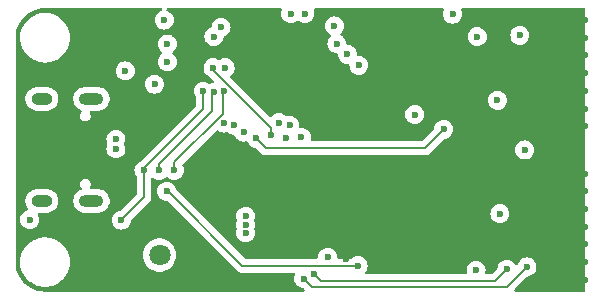
<source format=gbr>
%TF.GenerationSoftware,KiCad,Pcbnew,8.0.5-dirty*%
%TF.CreationDate,2024-10-01T21:11:00+10:00*%
%TF.ProjectId,kestral,6b657374-7261-46c2-9e6b-696361645f70,rev?*%
%TF.SameCoordinates,Original*%
%TF.FileFunction,Copper,L2,Inr*%
%TF.FilePolarity,Positive*%
%FSLAX46Y46*%
G04 Gerber Fmt 4.6, Leading zero omitted, Abs format (unit mm)*
G04 Created by KiCad (PCBNEW 8.0.5-dirty) date 2024-10-01 21:11:00*
%MOMM*%
%LPD*%
G01*
G04 APERTURE LIST*
%TA.AperFunction,ComponentPad*%
%ADD10C,1.803400*%
%TD*%
%TA.AperFunction,ComponentPad*%
%ADD11O,2.100000X1.000000*%
%TD*%
%TA.AperFunction,ComponentPad*%
%ADD12O,1.800000X1.000000*%
%TD*%
%TA.AperFunction,ViaPad*%
%ADD13C,0.600000*%
%TD*%
%TA.AperFunction,Conductor*%
%ADD14C,0.200000*%
%TD*%
G04 APERTURE END LIST*
D10*
%TO.N,VBATT*%
%TO.C,J2*%
X112689999Y-121400000D03*
%TO.N,GND*%
X116500000Y-121400000D03*
%TD*%
D11*
%TO.N,unconnected-(J3-SHIELD-PadS1)_3*%
%TO.C,J3*%
X106925000Y-108180000D03*
D12*
%TO.N,unconnected-(J3-SHIELD-PadS1)_1*%
X102725000Y-108180000D03*
D11*
%TO.N,unconnected-(J3-SHIELD-PadS1)*%
X106925000Y-116820000D03*
D12*
%TO.N,unconnected-(J3-SHIELD-PadS1)_2*%
X102725000Y-116820000D03*
%TD*%
D13*
%TO.N,QSPI_SS*%
X109450000Y-118450000D03*
%TO.N,+3V3*%
X101700000Y-118400000D03*
%TO.N,GND*%
X105800000Y-124200000D03*
X128475000Y-121700000D03*
X119200000Y-111820000D03*
X119200000Y-114900000D03*
X148750000Y-110500000D03*
X115205000Y-114232500D03*
X148750000Y-109000000D03*
X148750000Y-117500000D03*
X130200000Y-109000000D03*
X146100000Y-102500000D03*
X148750000Y-107500000D03*
X108975000Y-116250000D03*
X138200000Y-118200000D03*
X148750000Y-120500000D03*
X134850000Y-122650000D03*
X106200000Y-101100000D03*
X148750000Y-123500000D03*
X148750000Y-116000000D03*
X122762500Y-123275000D03*
X148750000Y-106000000D03*
X148750000Y-104500000D03*
X127912500Y-107482500D03*
X106200000Y-104900000D03*
X117210000Y-113800000D03*
X148750000Y-122000000D03*
X108975000Y-108750000D03*
X123795634Y-114802885D03*
X132100000Y-103200000D03*
X127100000Y-113900000D03*
X122318488Y-113384315D03*
X148750000Y-119000000D03*
X148750000Y-114500000D03*
X125150000Y-105532500D03*
X148750000Y-101500000D03*
X148750000Y-103000000D03*
%TO.N,Net-(J1-In)*%
X143600000Y-112500000D03*
%TO.N,USB_D+*%
X109000000Y-112400000D03*
X113355000Y-105032500D03*
%TO.N,USB_D-*%
X109000000Y-111599997D03*
X113355000Y-103532500D03*
%TO.N,RF_DIO*%
X141500000Y-117900000D03*
X122800000Y-110200000D03*
%TO.N,RF_RST*%
X123700000Y-110400000D03*
X134300000Y-109500000D03*
%TO.N,MISO*%
X143200000Y-102800000D03*
X127500000Y-102000000D03*
%TO.N,+3V3*%
X119987500Y-118125000D03*
X112265000Y-106932500D03*
X119987500Y-119525000D03*
X109800000Y-105800000D03*
X137500000Y-101000000D03*
X119987500Y-118825000D03*
X129562500Y-105332500D03*
X117900000Y-102132500D03*
X127700000Y-103500000D03*
X126925000Y-121575000D03*
X123400000Y-111500000D03*
X123800000Y-100982500D03*
X139487500Y-122687500D03*
X117223131Y-105532500D03*
X122100000Y-111200000D03*
X118124265Y-110224265D03*
%TO.N,MOSI*%
X141300000Y-108300000D03*
X125000000Y-100982500D03*
%TO.N,+1V1*%
X117300000Y-102900000D03*
X124700000Y-111420000D03*
X128600000Y-104400000D03*
X118251472Y-105532500D03*
%TO.N,MCU_RX*%
X119800000Y-111000000D03*
X142100000Y-122600000D03*
X125800000Y-123000000D03*
%TO.N,GPS_RST*%
X139600000Y-102900000D03*
X136750000Y-110750000D03*
X120883750Y-111516250D03*
%TO.N,MCU_TX*%
X143800000Y-122400000D03*
X124900000Y-123400000D03*
X119000000Y-110400000D03*
%TO.N,Net-(U3-QSPI_SD1)*%
X112670000Y-114220000D03*
X117278765Y-107628735D03*
%TO.N,Net-(U3-QSPI_SD2)*%
X118180113Y-107532500D03*
X113940000Y-114220000D03*
%TO.N,QSPI_SS*%
X111375000Y-114230000D03*
X116382528Y-107532500D03*
%TO.N,GPS_1PPS*%
X129500000Y-122300000D03*
X113300000Y-116000000D03*
X113100000Y-101500000D03*
%TD*%
D14*
%TO.N,QSPI_SS*%
X109450000Y-118450000D02*
X111375000Y-116525000D01*
X111375000Y-116525000D02*
X111375000Y-114230000D01*
%TO.N,GPS_1PPS*%
X113300000Y-116000000D02*
X113400000Y-116000000D01*
X113400000Y-116000000D02*
X119700000Y-122300000D01*
X119700000Y-122300000D02*
X129500000Y-122300000D01*
%TO.N,+3V3*%
X117223131Y-105532500D02*
X117223131Y-105726989D01*
X117223131Y-105726989D02*
X122100000Y-110603858D01*
X122100000Y-110603858D02*
X122100000Y-111200000D01*
%TO.N,MCU_RX*%
X141100000Y-123600000D02*
X142100000Y-122600000D01*
X126400000Y-123600000D02*
X141100000Y-123600000D01*
X125800000Y-123000000D02*
X126400000Y-123600000D01*
%TO.N,GPS_RST*%
X121731832Y-112364332D02*
X135135668Y-112364332D01*
X120883750Y-111516250D02*
X121731832Y-112364332D01*
X135135668Y-112364332D02*
X136750000Y-110750000D01*
%TO.N,MCU_TX*%
X124900000Y-123400000D02*
X125600000Y-124100000D01*
X142100000Y-124100000D02*
X143800000Y-122400000D01*
X125600000Y-124100000D02*
X142100000Y-124100000D01*
%TO.N,Net-(U3-QSPI_SD1)*%
X117175000Y-109225000D02*
X112670000Y-113730000D01*
X112670000Y-113730000D02*
X112670000Y-114220000D01*
X117175000Y-107732500D02*
X117175000Y-109225000D01*
X117278765Y-107628735D02*
X117175000Y-107732500D01*
%TO.N,Net-(U3-QSPI_SD2)*%
X118180113Y-107532500D02*
X118075000Y-107637613D01*
X113940000Y-113560000D02*
X113940000Y-114220000D01*
X118075000Y-109425000D02*
X113940000Y-113560000D01*
X118075000Y-107637613D02*
X118075000Y-109425000D01*
%TO.N,QSPI_SS*%
X116382528Y-109037472D02*
X111395000Y-114025000D01*
X111375000Y-114035000D02*
X111375000Y-114230000D01*
X116382528Y-107532500D02*
X116382528Y-109037472D01*
%TD*%
%TA.AperFunction,Conductor*%
%TO.N,GND*%
G36*
X112869925Y-100520185D02*
G01*
X112915680Y-100572989D01*
X112925624Y-100642147D01*
X112896599Y-100705703D01*
X112843840Y-100741542D01*
X112750478Y-100774210D01*
X112597737Y-100870184D01*
X112470184Y-100997737D01*
X112374211Y-101150476D01*
X112314631Y-101320745D01*
X112314630Y-101320750D01*
X112294435Y-101499996D01*
X112294435Y-101500003D01*
X112314630Y-101679249D01*
X112314631Y-101679254D01*
X112374211Y-101849523D01*
X112465266Y-101994435D01*
X112470184Y-102002262D01*
X112597738Y-102129816D01*
X112750478Y-102225789D01*
X112846167Y-102259272D01*
X112920745Y-102285368D01*
X112920750Y-102285369D01*
X113099996Y-102305565D01*
X113100000Y-102305565D01*
X113100004Y-102305565D01*
X113279249Y-102285369D01*
X113279252Y-102285368D01*
X113279255Y-102285368D01*
X113449522Y-102225789D01*
X113602262Y-102129816D01*
X113729816Y-102002262D01*
X113825789Y-101849522D01*
X113885368Y-101679255D01*
X113886264Y-101671302D01*
X113905565Y-101500003D01*
X113905565Y-101499996D01*
X113885369Y-101320750D01*
X113885368Y-101320745D01*
X113841170Y-101194435D01*
X113825789Y-101150478D01*
X113815688Y-101134403D01*
X113731237Y-101000000D01*
X113729816Y-100997738D01*
X113602262Y-100870184D01*
X113449521Y-100774210D01*
X113356160Y-100741542D01*
X113299383Y-100700820D01*
X113273636Y-100635867D01*
X113287092Y-100567306D01*
X113335479Y-100516903D01*
X113397114Y-100500500D01*
X122945805Y-100500500D01*
X123012844Y-100520185D01*
X123058599Y-100572989D01*
X123068543Y-100642147D01*
X123062846Y-100665455D01*
X123014633Y-100803237D01*
X123014630Y-100803250D01*
X122994435Y-100982496D01*
X122994435Y-100982503D01*
X123014630Y-101161749D01*
X123014631Y-101161754D01*
X123074211Y-101332023D01*
X123121141Y-101406711D01*
X123170184Y-101484762D01*
X123297738Y-101612316D01*
X123450478Y-101708289D01*
X123620745Y-101767868D01*
X123620750Y-101767869D01*
X123799996Y-101788065D01*
X123800000Y-101788065D01*
X123800004Y-101788065D01*
X123979249Y-101767869D01*
X123979252Y-101767868D01*
X123979255Y-101767868D01*
X124149522Y-101708289D01*
X124302262Y-101612316D01*
X124312319Y-101602259D01*
X124373642Y-101568774D01*
X124443334Y-101573758D01*
X124487681Y-101602259D01*
X124497738Y-101612316D01*
X124650478Y-101708289D01*
X124820745Y-101767868D01*
X124820750Y-101767869D01*
X124999996Y-101788065D01*
X125000000Y-101788065D01*
X125000004Y-101788065D01*
X125179249Y-101767869D01*
X125179252Y-101767868D01*
X125179255Y-101767868D01*
X125349522Y-101708289D01*
X125502262Y-101612316D01*
X125629816Y-101484762D01*
X125725789Y-101332022D01*
X125785368Y-101161755D01*
X125788874Y-101130639D01*
X125805565Y-100982503D01*
X125805565Y-100982496D01*
X125785369Y-100803250D01*
X125785366Y-100803237D01*
X125737154Y-100665455D01*
X125733592Y-100595676D01*
X125768320Y-100535049D01*
X125830314Y-100502821D01*
X125854195Y-100500500D01*
X136651928Y-100500500D01*
X136718967Y-100520185D01*
X136764722Y-100572989D01*
X136774666Y-100642147D01*
X136768970Y-100665454D01*
X136714632Y-100820742D01*
X136714630Y-100820750D01*
X136694435Y-100999996D01*
X136694435Y-101000003D01*
X136714630Y-101179249D01*
X136714631Y-101179254D01*
X136774211Y-101349523D01*
X136810145Y-101406711D01*
X136870184Y-101502262D01*
X136997738Y-101629816D01*
X137150478Y-101725789D01*
X137270733Y-101767868D01*
X137320745Y-101785368D01*
X137320750Y-101785369D01*
X137499996Y-101805565D01*
X137500000Y-101805565D01*
X137500004Y-101805565D01*
X137679249Y-101785369D01*
X137679252Y-101785368D01*
X137679255Y-101785368D01*
X137849522Y-101725789D01*
X138002262Y-101629816D01*
X138129816Y-101502262D01*
X138225789Y-101349522D01*
X138285368Y-101179255D01*
X138287340Y-101161754D01*
X138305565Y-101000003D01*
X138305565Y-100999996D01*
X138285369Y-100820750D01*
X138285367Y-100820742D01*
X138231030Y-100665454D01*
X138227469Y-100595676D01*
X138262198Y-100535048D01*
X138324191Y-100502821D01*
X138348072Y-100500500D01*
X148626000Y-100500500D01*
X148693039Y-100520185D01*
X148738794Y-100572989D01*
X148750000Y-100624500D01*
X148750000Y-124375500D01*
X148730315Y-124442539D01*
X148677511Y-124488294D01*
X148626000Y-124499500D01*
X142849096Y-124499500D01*
X142782057Y-124479815D01*
X142736302Y-124427011D01*
X142726358Y-124357853D01*
X142755383Y-124294297D01*
X142761415Y-124287819D01*
X143247447Y-123801787D01*
X143818535Y-123230698D01*
X143879856Y-123197215D01*
X143892311Y-123195163D01*
X143979255Y-123185368D01*
X144149522Y-123125789D01*
X144302262Y-123029816D01*
X144429816Y-122902262D01*
X144525789Y-122749522D01*
X144585368Y-122579255D01*
X144585522Y-122577892D01*
X144605565Y-122400003D01*
X144605565Y-122399996D01*
X144585369Y-122220750D01*
X144585368Y-122220745D01*
X144572943Y-122185237D01*
X144525789Y-122050478D01*
X144429816Y-121897738D01*
X144302262Y-121770184D01*
X144149523Y-121674211D01*
X143979254Y-121614631D01*
X143979249Y-121614630D01*
X143800004Y-121594435D01*
X143799996Y-121594435D01*
X143620750Y-121614630D01*
X143620745Y-121614631D01*
X143450476Y-121674211D01*
X143297737Y-121770184D01*
X143170184Y-121897737D01*
X143074210Y-122050478D01*
X143025445Y-122189843D01*
X142984723Y-122246620D01*
X142919770Y-122272367D01*
X142851209Y-122258911D01*
X142803409Y-122214861D01*
X142729815Y-122097737D01*
X142602262Y-121970184D01*
X142449523Y-121874211D01*
X142279254Y-121814631D01*
X142279249Y-121814630D01*
X142100004Y-121794435D01*
X142099996Y-121794435D01*
X141920750Y-121814630D01*
X141920745Y-121814631D01*
X141750476Y-121874211D01*
X141597737Y-121970184D01*
X141470184Y-122097737D01*
X141374210Y-122250478D01*
X141314630Y-122420750D01*
X141304837Y-122507668D01*
X141277770Y-122572082D01*
X141269298Y-122581465D01*
X140887584Y-122963181D01*
X140826261Y-122996666D01*
X140799903Y-122999500D01*
X140396668Y-122999500D01*
X140329629Y-122979815D01*
X140283874Y-122927011D01*
X140273448Y-122861617D01*
X140293065Y-122687503D01*
X140293065Y-122687496D01*
X140272869Y-122508250D01*
X140272868Y-122508245D01*
X140262722Y-122479249D01*
X140213289Y-122337978D01*
X140117316Y-122185238D01*
X139989762Y-122057684D01*
X139978291Y-122050476D01*
X139837023Y-121961711D01*
X139666754Y-121902131D01*
X139666749Y-121902130D01*
X139487504Y-121881935D01*
X139487496Y-121881935D01*
X139308250Y-121902130D01*
X139308245Y-121902131D01*
X139137976Y-121961711D01*
X138985237Y-122057684D01*
X138857684Y-122185237D01*
X138761711Y-122337976D01*
X138702131Y-122508245D01*
X138702130Y-122508250D01*
X138681935Y-122687496D01*
X138681935Y-122687503D01*
X138701552Y-122861617D01*
X138689497Y-122930439D01*
X138642148Y-122981818D01*
X138578332Y-122999500D01*
X130230012Y-122999500D01*
X130162973Y-122979815D01*
X130117218Y-122927011D01*
X130107274Y-122857853D01*
X130128194Y-122809467D01*
X130126111Y-122808158D01*
X130143475Y-122780524D01*
X130225789Y-122649522D01*
X130285368Y-122479255D01*
X130290335Y-122435170D01*
X130305565Y-122300003D01*
X130305565Y-122299996D01*
X130285369Y-122120750D01*
X130285368Y-122120745D01*
X130225789Y-121950478D01*
X130129816Y-121797738D01*
X130002262Y-121670184D01*
X129991117Y-121663181D01*
X129849523Y-121574211D01*
X129679254Y-121514631D01*
X129679249Y-121514630D01*
X129500004Y-121494435D01*
X129499996Y-121494435D01*
X129320750Y-121514630D01*
X129320745Y-121514631D01*
X129150476Y-121574211D01*
X128997736Y-121670185D01*
X128994903Y-121672445D01*
X128992724Y-121673334D01*
X128991842Y-121673889D01*
X128991744Y-121673734D01*
X128930217Y-121698855D01*
X128917588Y-121699500D01*
X127854565Y-121699500D01*
X127787526Y-121679815D01*
X127741771Y-121627011D01*
X127731946Y-121581851D01*
X127731345Y-121581919D01*
X127730682Y-121576041D01*
X127730565Y-121575500D01*
X127730565Y-121574996D01*
X127710369Y-121395750D01*
X127710368Y-121395745D01*
X127650788Y-121225476D01*
X127554815Y-121072737D01*
X127427262Y-120945184D01*
X127274523Y-120849211D01*
X127104254Y-120789631D01*
X127104249Y-120789630D01*
X126925004Y-120769435D01*
X126924996Y-120769435D01*
X126745750Y-120789630D01*
X126745745Y-120789631D01*
X126575476Y-120849211D01*
X126422737Y-120945184D01*
X126295184Y-121072737D01*
X126199211Y-121225476D01*
X126139631Y-121395745D01*
X126139630Y-121395750D01*
X126119435Y-121574996D01*
X126119435Y-121575500D01*
X126119342Y-121575813D01*
X126118655Y-121581919D01*
X126117585Y-121581798D01*
X126099750Y-121642539D01*
X126046946Y-121688294D01*
X125995435Y-121699500D01*
X120000097Y-121699500D01*
X119933058Y-121679815D01*
X119912416Y-121663181D01*
X116374231Y-118124996D01*
X119181935Y-118124996D01*
X119181935Y-118125003D01*
X119202130Y-118304249D01*
X119202132Y-118304257D01*
X119247547Y-118434046D01*
X119251108Y-118503825D01*
X119247547Y-118515954D01*
X119202132Y-118645742D01*
X119202130Y-118645750D01*
X119181935Y-118824996D01*
X119181935Y-118825003D01*
X119202130Y-119004249D01*
X119202132Y-119004257D01*
X119247547Y-119134046D01*
X119251108Y-119203825D01*
X119247547Y-119215954D01*
X119202132Y-119345742D01*
X119202130Y-119345750D01*
X119181935Y-119524996D01*
X119181935Y-119525003D01*
X119202130Y-119704249D01*
X119202131Y-119704254D01*
X119261711Y-119874523D01*
X119339172Y-119997800D01*
X119357684Y-120027262D01*
X119485238Y-120154816D01*
X119575580Y-120211582D01*
X119592324Y-120222103D01*
X119637978Y-120250789D01*
X119721301Y-120279945D01*
X119808245Y-120310368D01*
X119808250Y-120310369D01*
X119987496Y-120330565D01*
X119987500Y-120330565D01*
X119987504Y-120330565D01*
X120166749Y-120310369D01*
X120166752Y-120310368D01*
X120166755Y-120310368D01*
X120337022Y-120250789D01*
X120489762Y-120154816D01*
X120617316Y-120027262D01*
X120713289Y-119874522D01*
X120772868Y-119704255D01*
X120793065Y-119525000D01*
X120772868Y-119345745D01*
X120772867Y-119345742D01*
X120772866Y-119345737D01*
X120727453Y-119215955D01*
X120723891Y-119146176D01*
X120727453Y-119134045D01*
X120772866Y-119004262D01*
X120772869Y-119004249D01*
X120793065Y-118825003D01*
X120793065Y-118824996D01*
X120772869Y-118645750D01*
X120772866Y-118645737D01*
X120727453Y-118515955D01*
X120723891Y-118446176D01*
X120727453Y-118434045D01*
X120772866Y-118304262D01*
X120772869Y-118304249D01*
X120793065Y-118125003D01*
X120793065Y-118124996D01*
X120772869Y-117945750D01*
X120772868Y-117945745D01*
X120756860Y-117899996D01*
X140694435Y-117899996D01*
X140694435Y-117900003D01*
X140714630Y-118079249D01*
X140714631Y-118079254D01*
X140774211Y-118249523D01*
X140787546Y-118270745D01*
X140870184Y-118402262D01*
X140997738Y-118529816D01*
X141150478Y-118625789D01*
X141320745Y-118685368D01*
X141320750Y-118685369D01*
X141499996Y-118705565D01*
X141500000Y-118705565D01*
X141500004Y-118705565D01*
X141679249Y-118685369D01*
X141679252Y-118685368D01*
X141679255Y-118685368D01*
X141849522Y-118625789D01*
X142002262Y-118529816D01*
X142129816Y-118402262D01*
X142225789Y-118249522D01*
X142285368Y-118079255D01*
X142285369Y-118079249D01*
X142305565Y-117900003D01*
X142305565Y-117899996D01*
X142285369Y-117720750D01*
X142285368Y-117720745D01*
X142265733Y-117664632D01*
X142225789Y-117550478D01*
X142200871Y-117510822D01*
X142167544Y-117457782D01*
X142129816Y-117397738D01*
X142002262Y-117270184D01*
X141849523Y-117174211D01*
X141679254Y-117114631D01*
X141679249Y-117114630D01*
X141500004Y-117094435D01*
X141499996Y-117094435D01*
X141320750Y-117114630D01*
X141320745Y-117114631D01*
X141150476Y-117174211D01*
X140997737Y-117270184D01*
X140870184Y-117397737D01*
X140774211Y-117550476D01*
X140714631Y-117720745D01*
X140714630Y-117720750D01*
X140694435Y-117899996D01*
X120756860Y-117899996D01*
X120713288Y-117775476D01*
X120643640Y-117664632D01*
X120617316Y-117622738D01*
X120489762Y-117495184D01*
X120430242Y-117457785D01*
X120337023Y-117399211D01*
X120166754Y-117339631D01*
X120166749Y-117339630D01*
X119987504Y-117319435D01*
X119987496Y-117319435D01*
X119808250Y-117339630D01*
X119808245Y-117339631D01*
X119637976Y-117399211D01*
X119485237Y-117495184D01*
X119357684Y-117622737D01*
X119261711Y-117775476D01*
X119202131Y-117945745D01*
X119202130Y-117945750D01*
X119181935Y-118124996D01*
X116374231Y-118124996D01*
X114113663Y-115864428D01*
X114084303Y-115817704D01*
X114025789Y-115650478D01*
X113929816Y-115497738D01*
X113802262Y-115370184D01*
X113649523Y-115274211D01*
X113479254Y-115214631D01*
X113479249Y-115214630D01*
X113300004Y-115194435D01*
X113299996Y-115194435D01*
X113120750Y-115214630D01*
X113120745Y-115214631D01*
X112950476Y-115274211D01*
X112797737Y-115370184D01*
X112670184Y-115497737D01*
X112574211Y-115650476D01*
X112514631Y-115820745D01*
X112514630Y-115820750D01*
X112494435Y-115999996D01*
X112494435Y-116000003D01*
X112514630Y-116179249D01*
X112514631Y-116179254D01*
X112574211Y-116349523D01*
X112634796Y-116445943D01*
X112670184Y-116502262D01*
X112797738Y-116629816D01*
X112888080Y-116686582D01*
X112943586Y-116721459D01*
X112950478Y-116725789D01*
X113120742Y-116785367D01*
X113120745Y-116785368D01*
X113120750Y-116785369D01*
X113299997Y-116805565D01*
X113304968Y-116805565D01*
X113372007Y-116825250D01*
X113392649Y-116841884D01*
X119215139Y-122664374D01*
X119215149Y-122664385D01*
X119219479Y-122668715D01*
X119219480Y-122668716D01*
X119331284Y-122780520D01*
X119331286Y-122780521D01*
X119331290Y-122780524D01*
X119454361Y-122851578D01*
X119468216Y-122859577D01*
X119580019Y-122889534D01*
X119620942Y-122900500D01*
X119620943Y-122900500D01*
X124051928Y-122900500D01*
X124118967Y-122920185D01*
X124164722Y-122972989D01*
X124174666Y-123042147D01*
X124168970Y-123065454D01*
X124114632Y-123220742D01*
X124114630Y-123220750D01*
X124094435Y-123399996D01*
X124094435Y-123400003D01*
X124114630Y-123579249D01*
X124114631Y-123579254D01*
X124174211Y-123749523D01*
X124207051Y-123801787D01*
X124270184Y-123902262D01*
X124397738Y-124029816D01*
X124550478Y-124125789D01*
X124720745Y-124185368D01*
X124807669Y-124195161D01*
X124872080Y-124222226D01*
X124881465Y-124230700D01*
X124938584Y-124287819D01*
X124972069Y-124349142D01*
X124967085Y-124418834D01*
X124925213Y-124474767D01*
X124859749Y-124499184D01*
X124850903Y-124499500D01*
X103003751Y-124499500D01*
X102996264Y-124499274D01*
X102706205Y-124481728D01*
X102691340Y-124479923D01*
X102409201Y-124428219D01*
X102394663Y-124424635D01*
X102120832Y-124339306D01*
X102106831Y-124333997D01*
X101845263Y-124216275D01*
X101832004Y-124209316D01*
X101792389Y-124185368D01*
X101586537Y-124060926D01*
X101574217Y-124052422D01*
X101545361Y-124029815D01*
X101348426Y-123875526D01*
X101337218Y-123865596D01*
X101134403Y-123662781D01*
X101124473Y-123651573D01*
X100947573Y-123425776D01*
X100939075Y-123413465D01*
X100790680Y-123167989D01*
X100783727Y-123154743D01*
X100666000Y-122893163D01*
X100660693Y-122879167D01*
X100656825Y-122866755D01*
X100575363Y-122605335D01*
X100571780Y-122590798D01*
X100569665Y-122579255D01*
X100520075Y-122308657D01*
X100518271Y-122293794D01*
X100513852Y-122220745D01*
X100500726Y-122003736D01*
X100500613Y-122000000D01*
X100894592Y-122000000D01*
X100914201Y-122286680D01*
X100914201Y-122286684D01*
X100914202Y-122286686D01*
X100917235Y-122301281D01*
X100972666Y-122568034D01*
X100972667Y-122568037D01*
X101068894Y-122838793D01*
X101068893Y-122838793D01*
X101201098Y-123093935D01*
X101366812Y-123328700D01*
X101433405Y-123400003D01*
X101562947Y-123538708D01*
X101701677Y-123651573D01*
X101785853Y-123720055D01*
X102031382Y-123869365D01*
X102218237Y-123950526D01*
X102294942Y-123983844D01*
X102571642Y-124061371D01*
X102821920Y-124095771D01*
X102856321Y-124100500D01*
X102856322Y-124100500D01*
X103143679Y-124100500D01*
X103174370Y-124096281D01*
X103428358Y-124061371D01*
X103705058Y-123983844D01*
X103818015Y-123934779D01*
X103968617Y-123869365D01*
X103968620Y-123869363D01*
X103968625Y-123869361D01*
X104214147Y-123720055D01*
X104437053Y-123538708D01*
X104633189Y-123328698D01*
X104798901Y-123093936D01*
X104931104Y-122838797D01*
X105027334Y-122568032D01*
X105085798Y-122286686D01*
X105105408Y-122000000D01*
X105085798Y-121713314D01*
X105027334Y-121431968D01*
X105015970Y-121399994D01*
X111282993Y-121399994D01*
X111282993Y-121400005D01*
X111302182Y-121631582D01*
X111302182Y-121631585D01*
X111302183Y-121631586D01*
X111312530Y-121672445D01*
X111359228Y-121856854D01*
X111452574Y-122069662D01*
X111551286Y-122220750D01*
X111579674Y-122264201D01*
X111737060Y-122435168D01*
X111737063Y-122435170D01*
X111737066Y-122435173D01*
X111920431Y-122577892D01*
X111920437Y-122577896D01*
X111920440Y-122577898D01*
X112124811Y-122688499D01*
X112344599Y-122763952D01*
X112573809Y-122802200D01*
X112806189Y-122802200D01*
X113035399Y-122763952D01*
X113255187Y-122688499D01*
X113459558Y-122577898D01*
X113467031Y-122572082D01*
X113586296Y-122479254D01*
X113642938Y-122435168D01*
X113800324Y-122264201D01*
X113927424Y-122069661D01*
X114020770Y-121856854D01*
X114077815Y-121631586D01*
X114094356Y-121431968D01*
X114097005Y-121400005D01*
X114097005Y-121399994D01*
X114084211Y-121245609D01*
X114077815Y-121168414D01*
X114020770Y-120943146D01*
X113927424Y-120730339D01*
X113800324Y-120535799D01*
X113642938Y-120364832D01*
X113642933Y-120364828D01*
X113642931Y-120364826D01*
X113459566Y-120222107D01*
X113459560Y-120222103D01*
X113255187Y-120111501D01*
X113255179Y-120111498D01*
X113035401Y-120036048D01*
X112806189Y-119997800D01*
X112573809Y-119997800D01*
X112344596Y-120036048D01*
X112124818Y-120111498D01*
X112124810Y-120111501D01*
X111920437Y-120222103D01*
X111920431Y-120222107D01*
X111737066Y-120364826D01*
X111737063Y-120364829D01*
X111579675Y-120535797D01*
X111579672Y-120535801D01*
X111452574Y-120730337D01*
X111359228Y-120943145D01*
X111302182Y-121168417D01*
X111282993Y-121399994D01*
X105015970Y-121399994D01*
X104931105Y-121161206D01*
X104931106Y-121161206D01*
X104798901Y-120906064D01*
X104633187Y-120671299D01*
X104554554Y-120587105D01*
X104437053Y-120461292D01*
X104214147Y-120279945D01*
X104214146Y-120279944D01*
X103968617Y-120130634D01*
X103705063Y-120016158D01*
X103705061Y-120016157D01*
X103705058Y-120016156D01*
X103575578Y-119979877D01*
X103428364Y-119938630D01*
X103428359Y-119938629D01*
X103428358Y-119938629D01*
X103286018Y-119919064D01*
X103143679Y-119899500D01*
X103143678Y-119899500D01*
X102856322Y-119899500D01*
X102856321Y-119899500D01*
X102571642Y-119938629D01*
X102571635Y-119938630D01*
X102363861Y-119996845D01*
X102294942Y-120016156D01*
X102294939Y-120016156D01*
X102294936Y-120016158D01*
X102294935Y-120016158D01*
X102031382Y-120130634D01*
X101785853Y-120279944D01*
X101562950Y-120461289D01*
X101366812Y-120671299D01*
X101201098Y-120906064D01*
X101068894Y-121161206D01*
X100972667Y-121431962D01*
X100972666Y-121431965D01*
X100914201Y-121713319D01*
X100894592Y-122000000D01*
X100500613Y-122000000D01*
X100500500Y-121996249D01*
X100500500Y-118399996D01*
X100894435Y-118399996D01*
X100894435Y-118400003D01*
X100914630Y-118579249D01*
X100914631Y-118579254D01*
X100974211Y-118749523D01*
X101021637Y-118825000D01*
X101070184Y-118902262D01*
X101197738Y-119029816D01*
X101350478Y-119125789D01*
X101408741Y-119146176D01*
X101520745Y-119185368D01*
X101520750Y-119185369D01*
X101699996Y-119205565D01*
X101700000Y-119205565D01*
X101700004Y-119205565D01*
X101879249Y-119185369D01*
X101879252Y-119185368D01*
X101879255Y-119185368D01*
X102049522Y-119125789D01*
X102202262Y-119029816D01*
X102329816Y-118902262D01*
X102425789Y-118749522D01*
X102485368Y-118579255D01*
X102489528Y-118542333D01*
X102499932Y-118449996D01*
X108644435Y-118449996D01*
X108644435Y-118450003D01*
X108664630Y-118629249D01*
X108664631Y-118629254D01*
X108724211Y-118799523D01*
X108788767Y-118902262D01*
X108820184Y-118952262D01*
X108947738Y-119079816D01*
X109020902Y-119125788D01*
X109098461Y-119174522D01*
X109100478Y-119175789D01*
X109185573Y-119205565D01*
X109270745Y-119235368D01*
X109270750Y-119235369D01*
X109449996Y-119255565D01*
X109450000Y-119255565D01*
X109450004Y-119255565D01*
X109629249Y-119235369D01*
X109629252Y-119235368D01*
X109629255Y-119235368D01*
X109799522Y-119175789D01*
X109952262Y-119079816D01*
X110079816Y-118952262D01*
X110175789Y-118799522D01*
X110235368Y-118629255D01*
X110245161Y-118542329D01*
X110272226Y-118477918D01*
X110280690Y-118468543D01*
X111733506Y-117015728D01*
X111733511Y-117015724D01*
X111743714Y-117005520D01*
X111743716Y-117005520D01*
X111855520Y-116893716D01*
X111918074Y-116785368D01*
X111934577Y-116756785D01*
X111975500Y-116604057D01*
X111975500Y-116445943D01*
X111975500Y-114953385D01*
X111995185Y-114886346D01*
X112047989Y-114840591D01*
X112117147Y-114830647D01*
X112165473Y-114848392D01*
X112167735Y-114849813D01*
X112167738Y-114849816D01*
X112225875Y-114886346D01*
X112320475Y-114945788D01*
X112490745Y-115005368D01*
X112490750Y-115005369D01*
X112669996Y-115025565D01*
X112670000Y-115025565D01*
X112670004Y-115025565D01*
X112849249Y-115005369D01*
X112849252Y-115005368D01*
X112849255Y-115005368D01*
X113019522Y-114945789D01*
X113172262Y-114849816D01*
X113217319Y-114804759D01*
X113278642Y-114771274D01*
X113348334Y-114776258D01*
X113392681Y-114804759D01*
X113437738Y-114849816D01*
X113590478Y-114945789D01*
X113760745Y-115005368D01*
X113760750Y-115005369D01*
X113939996Y-115025565D01*
X113940000Y-115025565D01*
X113940004Y-115025565D01*
X114119249Y-115005369D01*
X114119252Y-115005368D01*
X114119255Y-115005368D01*
X114289522Y-114945789D01*
X114442262Y-114849816D01*
X114569816Y-114722262D01*
X114665789Y-114569522D01*
X114725368Y-114399255D01*
X114744438Y-114230003D01*
X114745565Y-114220003D01*
X114745565Y-114219996D01*
X114725369Y-114040750D01*
X114725368Y-114040745D01*
X114665789Y-113870478D01*
X114646227Y-113839345D01*
X114627227Y-113772111D01*
X114647594Y-113705276D01*
X114663535Y-113685698D01*
X117474180Y-110875053D01*
X117535501Y-110841570D01*
X117605193Y-110846554D01*
X117627827Y-110857740D01*
X117654035Y-110874208D01*
X117774740Y-110950053D01*
X117945010Y-111009633D01*
X117945015Y-111009634D01*
X118124261Y-111029830D01*
X118124265Y-111029830D01*
X118124269Y-111029830D01*
X118303514Y-111009634D01*
X118303515Y-111009633D01*
X118303520Y-111009633D01*
X118358900Y-110990253D01*
X118428678Y-110986691D01*
X118487536Y-111019614D01*
X118497738Y-111029816D01*
X118650478Y-111125789D01*
X118820745Y-111185368D01*
X118820750Y-111185369D01*
X118892712Y-111193476D01*
X118947391Y-111199637D01*
X119011805Y-111226703D01*
X119050549Y-111281902D01*
X119074209Y-111349518D01*
X119074210Y-111349522D01*
X119153550Y-111475789D01*
X119170184Y-111502262D01*
X119297738Y-111629816D01*
X119388080Y-111686582D01*
X119432721Y-111714632D01*
X119450478Y-111725789D01*
X119603641Y-111779383D01*
X119620745Y-111785368D01*
X119620750Y-111785369D01*
X119799996Y-111805565D01*
X119800000Y-111805565D01*
X119800004Y-111805565D01*
X119979246Y-111785369D01*
X119979245Y-111785369D01*
X119979255Y-111785368D01*
X119996359Y-111779382D01*
X120066133Y-111775819D01*
X120126762Y-111810545D01*
X120154354Y-111855465D01*
X120157961Y-111865772D01*
X120253934Y-112018512D01*
X120381488Y-112146066D01*
X120534228Y-112242039D01*
X120704495Y-112301618D01*
X120791419Y-112311411D01*
X120855830Y-112338476D01*
X120865215Y-112346950D01*
X121246971Y-112728706D01*
X121246981Y-112728717D01*
X121251311Y-112733047D01*
X121251312Y-112733048D01*
X121363116Y-112844852D01*
X121449927Y-112894971D01*
X121449929Y-112894973D01*
X121487983Y-112916943D01*
X121500047Y-112923909D01*
X121652775Y-112964832D01*
X121810889Y-112964832D01*
X135048999Y-112964832D01*
X135049015Y-112964833D01*
X135056611Y-112964833D01*
X135214722Y-112964833D01*
X135214725Y-112964833D01*
X135367453Y-112923909D01*
X135417572Y-112894971D01*
X135504384Y-112844852D01*
X135616188Y-112733048D01*
X135616188Y-112733046D01*
X135626396Y-112722839D01*
X135626398Y-112722836D01*
X135849238Y-112499996D01*
X142794435Y-112499996D01*
X142794435Y-112500003D01*
X142814630Y-112679249D01*
X142814631Y-112679254D01*
X142874211Y-112849523D01*
X142946665Y-112964832D01*
X142970184Y-113002262D01*
X143097738Y-113129816D01*
X143250478Y-113225789D01*
X143420745Y-113285368D01*
X143420750Y-113285369D01*
X143599996Y-113305565D01*
X143600000Y-113305565D01*
X143600004Y-113305565D01*
X143779249Y-113285369D01*
X143779252Y-113285368D01*
X143779255Y-113285368D01*
X143949522Y-113225789D01*
X144102262Y-113129816D01*
X144229816Y-113002262D01*
X144325789Y-112849522D01*
X144385368Y-112679255D01*
X144385369Y-112679249D01*
X144405565Y-112500003D01*
X144405565Y-112499996D01*
X144385369Y-112320750D01*
X144385368Y-112320745D01*
X144378675Y-112301617D01*
X144325789Y-112150478D01*
X144229816Y-111997738D01*
X144102262Y-111870184D01*
X144078837Y-111855465D01*
X143949523Y-111774211D01*
X143779254Y-111714631D01*
X143779249Y-111714630D01*
X143600004Y-111694435D01*
X143599996Y-111694435D01*
X143420750Y-111714630D01*
X143420745Y-111714631D01*
X143250476Y-111774211D01*
X143097737Y-111870184D01*
X142970184Y-111997737D01*
X142874211Y-112150476D01*
X142814631Y-112320745D01*
X142814630Y-112320750D01*
X142794435Y-112499996D01*
X135849238Y-112499996D01*
X136768535Y-111580698D01*
X136829856Y-111547215D01*
X136842311Y-111545163D01*
X136929255Y-111535368D01*
X137099522Y-111475789D01*
X137252262Y-111379816D01*
X137379816Y-111252262D01*
X137475789Y-111099522D01*
X137535368Y-110929255D01*
X137541475Y-110875055D01*
X137555565Y-110750003D01*
X137555565Y-110749996D01*
X137535369Y-110570750D01*
X137535368Y-110570745D01*
X137475788Y-110400476D01*
X137403461Y-110285369D01*
X137379816Y-110247738D01*
X137252262Y-110120184D01*
X137141326Y-110050478D01*
X137099523Y-110024211D01*
X136929254Y-109964631D01*
X136929249Y-109964630D01*
X136750004Y-109944435D01*
X136749996Y-109944435D01*
X136570750Y-109964630D01*
X136570745Y-109964631D01*
X136400476Y-110024211D01*
X136247737Y-110120184D01*
X136120184Y-110247737D01*
X136024210Y-110400478D01*
X135964630Y-110570750D01*
X135954837Y-110657668D01*
X135927770Y-110722082D01*
X135919298Y-110731465D01*
X134923252Y-111727513D01*
X134861929Y-111760998D01*
X134835571Y-111763832D01*
X125602542Y-111763832D01*
X125535503Y-111744147D01*
X125489748Y-111691343D01*
X125479804Y-111622185D01*
X125484796Y-111601758D01*
X125485369Y-111599249D01*
X125505565Y-111420003D01*
X125505565Y-111419996D01*
X125485369Y-111240750D01*
X125485368Y-111240745D01*
X125435952Y-111099522D01*
X125425789Y-111070478D01*
X125329816Y-110917738D01*
X125202262Y-110790184D01*
X125049523Y-110694211D01*
X124879254Y-110634631D01*
X124879249Y-110634630D01*
X124700004Y-110614435D01*
X124699995Y-110614435D01*
X124633105Y-110621971D01*
X124564284Y-110609916D01*
X124512905Y-110562566D01*
X124495281Y-110494956D01*
X124496003Y-110484867D01*
X124505565Y-110400002D01*
X124505565Y-110399996D01*
X124485369Y-110220750D01*
X124485368Y-110220745D01*
X124468764Y-110173294D01*
X124425789Y-110050478D01*
X124329816Y-109897738D01*
X124202262Y-109770184D01*
X124049523Y-109674211D01*
X123879254Y-109614631D01*
X123879249Y-109614630D01*
X123700004Y-109594435D01*
X123699996Y-109594435D01*
X123520750Y-109614630D01*
X123520738Y-109614633D01*
X123465361Y-109634010D01*
X123395582Y-109637571D01*
X123336727Y-109604649D01*
X123302262Y-109570184D01*
X123190559Y-109499996D01*
X133494435Y-109499996D01*
X133494435Y-109500003D01*
X133514630Y-109679249D01*
X133514631Y-109679254D01*
X133574211Y-109849523D01*
X133604507Y-109897738D01*
X133670184Y-110002262D01*
X133797738Y-110129816D01*
X133866933Y-110173294D01*
X133942450Y-110220745D01*
X133950478Y-110225789D01*
X134013202Y-110247737D01*
X134120745Y-110285368D01*
X134120750Y-110285369D01*
X134299996Y-110305565D01*
X134300000Y-110305565D01*
X134300004Y-110305565D01*
X134479249Y-110285369D01*
X134479252Y-110285368D01*
X134479255Y-110285368D01*
X134649522Y-110225789D01*
X134802262Y-110129816D01*
X134929816Y-110002262D01*
X135025789Y-109849522D01*
X135085368Y-109679255D01*
X135085369Y-109679249D01*
X135105565Y-109500003D01*
X135105565Y-109499996D01*
X135085369Y-109320750D01*
X135085368Y-109320745D01*
X135060442Y-109249511D01*
X135025789Y-109150478D01*
X134929816Y-108997738D01*
X134802262Y-108870184D01*
X134718865Y-108817782D01*
X134649523Y-108774211D01*
X134479254Y-108714631D01*
X134479249Y-108714630D01*
X134300004Y-108694435D01*
X134299996Y-108694435D01*
X134120750Y-108714630D01*
X134120745Y-108714631D01*
X133950476Y-108774211D01*
X133797737Y-108870184D01*
X133670184Y-108997737D01*
X133574211Y-109150476D01*
X133514631Y-109320745D01*
X133514630Y-109320750D01*
X133494435Y-109499996D01*
X123190559Y-109499996D01*
X123149523Y-109474211D01*
X122979254Y-109414631D01*
X122979249Y-109414630D01*
X122800004Y-109394435D01*
X122799996Y-109394435D01*
X122620750Y-109414630D01*
X122620745Y-109414631D01*
X122450476Y-109474211D01*
X122297739Y-109570183D01*
X122194330Y-109673592D01*
X122133007Y-109707076D01*
X122063315Y-109702092D01*
X122018968Y-109673591D01*
X120645373Y-108299996D01*
X140494435Y-108299996D01*
X140494435Y-108300003D01*
X140514630Y-108479249D01*
X140514631Y-108479254D01*
X140574211Y-108649523D01*
X140615122Y-108714632D01*
X140670184Y-108802262D01*
X140797738Y-108929816D01*
X140888080Y-108986582D01*
X140905833Y-108997737D01*
X140950478Y-109025789D01*
X141067189Y-109066628D01*
X141120745Y-109085368D01*
X141120750Y-109085369D01*
X141299996Y-109105565D01*
X141300000Y-109105565D01*
X141300004Y-109105565D01*
X141479249Y-109085369D01*
X141479252Y-109085368D01*
X141479255Y-109085368D01*
X141649522Y-109025789D01*
X141802262Y-108929816D01*
X141929816Y-108802262D01*
X142025789Y-108649522D01*
X142085368Y-108479255D01*
X142086205Y-108471829D01*
X142105565Y-108300003D01*
X142105565Y-108299996D01*
X142085369Y-108120750D01*
X142085368Y-108120745D01*
X142056273Y-108037597D01*
X142025789Y-107950478D01*
X141929816Y-107797738D01*
X141802262Y-107670184D01*
X141783330Y-107658288D01*
X141649523Y-107574211D01*
X141479254Y-107514631D01*
X141479249Y-107514630D01*
X141300004Y-107494435D01*
X141299996Y-107494435D01*
X141120750Y-107514630D01*
X141120745Y-107514631D01*
X140950476Y-107574211D01*
X140797737Y-107670184D01*
X140670184Y-107797737D01*
X140574211Y-107950476D01*
X140514631Y-108120745D01*
X140514630Y-108120750D01*
X140494435Y-108299996D01*
X120645373Y-108299996D01*
X118712583Y-106367206D01*
X118679098Y-106305883D01*
X118684082Y-106236191D01*
X118725954Y-106180258D01*
X118734275Y-106174542D01*
X118753734Y-106162316D01*
X118881288Y-106034762D01*
X118977261Y-105882022D01*
X119036840Y-105711755D01*
X119040190Y-105682022D01*
X119057037Y-105532503D01*
X119057037Y-105532496D01*
X119036841Y-105353250D01*
X119036840Y-105353245D01*
X118988631Y-105215471D01*
X118977261Y-105182978D01*
X118958578Y-105153245D01*
X118900850Y-105061371D01*
X118881288Y-105030238D01*
X118753734Y-104902684D01*
X118729908Y-104887713D01*
X118600995Y-104806711D01*
X118430726Y-104747131D01*
X118430721Y-104747130D01*
X118251476Y-104726935D01*
X118251468Y-104726935D01*
X118072222Y-104747130D01*
X118072217Y-104747131D01*
X117901948Y-104806711D01*
X117803273Y-104868713D01*
X117736036Y-104887713D01*
X117671329Y-104868713D01*
X117572654Y-104806711D01*
X117402385Y-104747131D01*
X117402380Y-104747130D01*
X117223135Y-104726935D01*
X117223127Y-104726935D01*
X117043881Y-104747130D01*
X117043876Y-104747131D01*
X116873607Y-104806711D01*
X116720868Y-104902684D01*
X116593315Y-105030237D01*
X116497342Y-105182976D01*
X116437762Y-105353245D01*
X116437761Y-105353250D01*
X116417566Y-105532496D01*
X116417566Y-105532503D01*
X116437761Y-105711749D01*
X116437762Y-105711754D01*
X116497342Y-105882023D01*
X116593315Y-106034762D01*
X116720869Y-106162316D01*
X116740306Y-106174529D01*
X116873608Y-106258289D01*
X116895483Y-106265943D01*
X116942211Y-106295304D01*
X117268632Y-106621725D01*
X117302117Y-106683048D01*
X117297133Y-106752740D01*
X117255261Y-106808673D01*
X117194834Y-106832626D01*
X117099515Y-106843365D01*
X117099507Y-106843367D01*
X116957321Y-106893120D01*
X116887542Y-106896681D01*
X116850395Y-106881072D01*
X116732051Y-106806711D01*
X116561782Y-106747131D01*
X116561777Y-106747130D01*
X116382532Y-106726935D01*
X116382524Y-106726935D01*
X116203278Y-106747130D01*
X116203273Y-106747131D01*
X116033004Y-106806711D01*
X115880265Y-106902684D01*
X115752712Y-107030237D01*
X115656739Y-107182976D01*
X115597159Y-107353245D01*
X115597158Y-107353250D01*
X115576963Y-107532496D01*
X115576963Y-107532503D01*
X115597158Y-107711749D01*
X115597159Y-107711754D01*
X115656739Y-107882023D01*
X115752713Y-108034763D01*
X115754973Y-108037597D01*
X115755862Y-108039775D01*
X115756417Y-108040658D01*
X115756262Y-108040755D01*
X115781383Y-108102283D01*
X115782028Y-108114912D01*
X115782028Y-108737374D01*
X115762343Y-108804413D01*
X115745709Y-108825055D01*
X111108675Y-113462088D01*
X111061952Y-113491447D01*
X111025479Y-113504210D01*
X111025475Y-113504212D01*
X110872737Y-113600184D01*
X110745184Y-113727737D01*
X110649211Y-113880476D01*
X110589631Y-114050745D01*
X110589630Y-114050750D01*
X110569435Y-114229996D01*
X110569435Y-114230003D01*
X110589630Y-114409249D01*
X110589631Y-114409254D01*
X110649211Y-114579523D01*
X110745185Y-114732263D01*
X110747445Y-114735097D01*
X110748334Y-114737275D01*
X110748889Y-114738158D01*
X110748734Y-114738255D01*
X110773855Y-114799783D01*
X110774500Y-114812412D01*
X110774500Y-116224902D01*
X110754815Y-116291941D01*
X110738181Y-116312583D01*
X109431465Y-117619298D01*
X109370142Y-117652783D01*
X109357668Y-117654837D01*
X109270750Y-117664630D01*
X109100478Y-117724210D01*
X108947737Y-117820184D01*
X108820184Y-117947737D01*
X108724211Y-118100476D01*
X108664631Y-118270745D01*
X108664630Y-118270750D01*
X108644435Y-118449996D01*
X102499932Y-118449996D01*
X102505565Y-118400003D01*
X102505565Y-118399996D01*
X102485369Y-118220750D01*
X102485368Y-118220745D01*
X102443284Y-118100476D01*
X102425789Y-118050478D01*
X102400652Y-118010472D01*
X102381652Y-117943235D01*
X102402020Y-117876400D01*
X102455288Y-117831186D01*
X102505646Y-117820500D01*
X103223543Y-117820500D01*
X103353582Y-117794632D01*
X103416835Y-117782051D01*
X103598914Y-117706632D01*
X103762782Y-117597139D01*
X103902139Y-117457782D01*
X104011632Y-117293914D01*
X104087051Y-117111835D01*
X104106169Y-117015724D01*
X104125500Y-116918543D01*
X105374499Y-116918543D01*
X105412947Y-117111829D01*
X105412950Y-117111839D01*
X105488364Y-117293907D01*
X105488371Y-117293920D01*
X105597860Y-117457781D01*
X105597863Y-117457785D01*
X105737214Y-117597136D01*
X105737218Y-117597139D01*
X105901079Y-117706628D01*
X105901092Y-117706635D01*
X106054515Y-117770184D01*
X106083165Y-117782051D01*
X106083169Y-117782051D01*
X106083170Y-117782052D01*
X106276456Y-117820500D01*
X106276459Y-117820500D01*
X107573543Y-117820500D01*
X107703582Y-117794632D01*
X107766835Y-117782051D01*
X107948914Y-117706632D01*
X108112782Y-117597139D01*
X108252139Y-117457782D01*
X108361632Y-117293914D01*
X108437051Y-117111835D01*
X108456169Y-117015724D01*
X108475500Y-116918543D01*
X108475500Y-116721456D01*
X108437052Y-116528170D01*
X108437051Y-116528169D01*
X108437051Y-116528165D01*
X108363056Y-116349523D01*
X108361635Y-116346092D01*
X108361628Y-116346079D01*
X108252139Y-116182218D01*
X108252136Y-116182214D01*
X108112785Y-116042863D01*
X108112781Y-116042860D01*
X107948920Y-115933371D01*
X107948907Y-115933364D01*
X107766839Y-115857950D01*
X107766829Y-115857947D01*
X107573543Y-115819500D01*
X107573541Y-115819500D01*
X106891994Y-115819500D01*
X106824955Y-115799815D01*
X106779200Y-115747011D01*
X106769256Y-115677853D01*
X106784606Y-115633501D01*
X106824799Y-115563886D01*
X106855500Y-115449309D01*
X106855500Y-115330691D01*
X106824799Y-115216114D01*
X106765489Y-115113387D01*
X106681613Y-115029511D01*
X106578886Y-114970201D01*
X106464309Y-114939500D01*
X106345691Y-114939500D01*
X106231114Y-114970201D01*
X106231112Y-114970201D01*
X106231112Y-114970202D01*
X106128387Y-115029511D01*
X106128384Y-115029513D01*
X106044513Y-115113384D01*
X106044511Y-115113387D01*
X105986057Y-115214632D01*
X105985201Y-115216114D01*
X105954500Y-115330691D01*
X105954500Y-115449309D01*
X105985201Y-115563886D01*
X106044511Y-115666613D01*
X106044513Y-115666615D01*
X106059903Y-115682005D01*
X106093388Y-115743328D01*
X106088404Y-115813020D01*
X106046532Y-115868953D01*
X106019674Y-115884247D01*
X105901092Y-115933364D01*
X105901079Y-115933371D01*
X105737218Y-116042860D01*
X105737214Y-116042863D01*
X105597863Y-116182214D01*
X105597860Y-116182218D01*
X105488371Y-116346079D01*
X105488364Y-116346092D01*
X105412950Y-116528160D01*
X105412947Y-116528170D01*
X105374500Y-116721456D01*
X105374500Y-116721459D01*
X105374500Y-116918541D01*
X105374500Y-116918543D01*
X105374499Y-116918543D01*
X104125500Y-116918543D01*
X104125500Y-116721456D01*
X104087052Y-116528170D01*
X104087051Y-116528169D01*
X104087051Y-116528165D01*
X104013056Y-116349523D01*
X104011635Y-116346092D01*
X104011628Y-116346079D01*
X103902139Y-116182218D01*
X103902136Y-116182214D01*
X103762785Y-116042863D01*
X103762781Y-116042860D01*
X103598920Y-115933371D01*
X103598907Y-115933364D01*
X103416839Y-115857950D01*
X103416829Y-115857947D01*
X103223543Y-115819500D01*
X103223541Y-115819500D01*
X102226459Y-115819500D01*
X102226457Y-115819500D01*
X102033170Y-115857947D01*
X102033160Y-115857950D01*
X101851092Y-115933364D01*
X101851079Y-115933371D01*
X101687218Y-116042860D01*
X101687214Y-116042863D01*
X101547863Y-116182214D01*
X101547860Y-116182218D01*
X101438371Y-116346079D01*
X101438364Y-116346092D01*
X101362950Y-116528160D01*
X101362947Y-116528170D01*
X101324500Y-116721456D01*
X101324500Y-116721459D01*
X101324500Y-116918541D01*
X101324500Y-116918543D01*
X101324499Y-116918543D01*
X101362947Y-117111829D01*
X101362950Y-117111839D01*
X101438364Y-117293907D01*
X101438371Y-117293920D01*
X101538749Y-117444145D01*
X101559627Y-117510822D01*
X101541143Y-117578203D01*
X101489164Y-117624893D01*
X101476602Y-117630077D01*
X101350480Y-117674209D01*
X101197737Y-117770184D01*
X101070184Y-117897737D01*
X100974211Y-118050476D01*
X100914631Y-118220745D01*
X100914630Y-118220750D01*
X100894435Y-118399996D01*
X100500500Y-118399996D01*
X100500500Y-111599993D01*
X108194435Y-111599993D01*
X108194435Y-111600000D01*
X108214630Y-111779246D01*
X108214633Y-111779259D01*
X108276510Y-111956091D01*
X108274366Y-111956840D01*
X108283960Y-112015158D01*
X108275612Y-112043592D01*
X108276510Y-112043906D01*
X108214633Y-112220737D01*
X108214630Y-112220750D01*
X108194435Y-112399996D01*
X108194435Y-112400003D01*
X108214630Y-112579249D01*
X108214631Y-112579254D01*
X108274211Y-112749523D01*
X108334110Y-112844851D01*
X108370184Y-112902262D01*
X108497738Y-113029816D01*
X108650478Y-113125789D01*
X108661984Y-113129815D01*
X108820745Y-113185368D01*
X108820750Y-113185369D01*
X108999996Y-113205565D01*
X109000000Y-113205565D01*
X109000004Y-113205565D01*
X109179249Y-113185369D01*
X109179252Y-113185368D01*
X109179255Y-113185368D01*
X109349522Y-113125789D01*
X109502262Y-113029816D01*
X109629816Y-112902262D01*
X109725789Y-112749522D01*
X109785368Y-112579255D01*
X109785369Y-112579249D01*
X109805565Y-112400003D01*
X109805565Y-112399996D01*
X109785369Y-112220750D01*
X109785368Y-112220745D01*
X109723489Y-112043905D01*
X109725635Y-112043153D01*
X109716037Y-111984854D01*
X109724391Y-111956407D01*
X109723489Y-111956092D01*
X109785366Y-111779259D01*
X109785369Y-111779246D01*
X109805565Y-111600000D01*
X109805565Y-111599993D01*
X109785369Y-111420747D01*
X109785368Y-111420742D01*
X109725788Y-111250473D01*
X109684880Y-111185368D01*
X109629816Y-111097735D01*
X109502262Y-110970181D01*
X109437129Y-110929255D01*
X109349523Y-110874208D01*
X109179254Y-110814628D01*
X109179249Y-110814627D01*
X109000004Y-110794432D01*
X108999996Y-110794432D01*
X108820750Y-110814627D01*
X108820745Y-110814628D01*
X108650476Y-110874208D01*
X108497737Y-110970181D01*
X108370184Y-111097734D01*
X108274211Y-111250473D01*
X108214631Y-111420742D01*
X108214630Y-111420747D01*
X108194435Y-111599993D01*
X100500500Y-111599993D01*
X100500500Y-108278543D01*
X101324499Y-108278543D01*
X101362947Y-108471829D01*
X101362950Y-108471839D01*
X101438364Y-108653907D01*
X101438371Y-108653920D01*
X101547860Y-108817781D01*
X101547863Y-108817785D01*
X101687214Y-108957136D01*
X101687218Y-108957139D01*
X101851079Y-109066628D01*
X101851092Y-109066635D01*
X102033160Y-109142049D01*
X102033165Y-109142051D01*
X102033169Y-109142051D01*
X102033170Y-109142052D01*
X102226456Y-109180500D01*
X102226459Y-109180500D01*
X103223543Y-109180500D01*
X103374480Y-109150476D01*
X103416835Y-109142051D01*
X103598914Y-109066632D01*
X103762782Y-108957139D01*
X103902139Y-108817782D01*
X104011632Y-108653914D01*
X104087051Y-108471835D01*
X104121231Y-108300003D01*
X104125500Y-108278543D01*
X105374499Y-108278543D01*
X105412947Y-108471829D01*
X105412950Y-108471839D01*
X105488364Y-108653907D01*
X105488371Y-108653920D01*
X105597860Y-108817781D01*
X105597863Y-108817785D01*
X105737214Y-108957136D01*
X105737218Y-108957139D01*
X105901079Y-109066628D01*
X105901083Y-109066630D01*
X105901086Y-109066632D01*
X106019677Y-109115753D01*
X106074078Y-109159592D01*
X106096143Y-109225886D01*
X106078864Y-109293585D01*
X106059905Y-109317992D01*
X106044514Y-109333383D01*
X106044511Y-109333387D01*
X105985201Y-109436114D01*
X105954500Y-109550691D01*
X105954500Y-109669309D01*
X105985201Y-109783886D01*
X106044511Y-109886613D01*
X106128387Y-109970489D01*
X106231114Y-110029799D01*
X106345691Y-110060500D01*
X106345694Y-110060500D01*
X106464306Y-110060500D01*
X106464309Y-110060500D01*
X106578886Y-110029799D01*
X106681613Y-109970489D01*
X106765489Y-109886613D01*
X106824799Y-109783886D01*
X106855500Y-109669309D01*
X106855500Y-109550691D01*
X106824799Y-109436114D01*
X106784606Y-109366499D01*
X106768134Y-109298601D01*
X106790986Y-109232574D01*
X106845907Y-109189383D01*
X106891994Y-109180500D01*
X107573543Y-109180500D01*
X107724480Y-109150476D01*
X107766835Y-109142051D01*
X107948914Y-109066632D01*
X108112782Y-108957139D01*
X108252139Y-108817782D01*
X108361632Y-108653914D01*
X108437051Y-108471835D01*
X108471231Y-108300003D01*
X108475500Y-108278543D01*
X108475500Y-108081456D01*
X108437052Y-107888170D01*
X108437051Y-107888169D01*
X108437051Y-107888165D01*
X108366513Y-107717869D01*
X108361635Y-107706092D01*
X108361628Y-107706079D01*
X108252139Y-107542218D01*
X108252136Y-107542214D01*
X108112785Y-107402863D01*
X108112781Y-107402860D01*
X107948920Y-107293371D01*
X107948907Y-107293364D01*
X107766839Y-107217950D01*
X107766829Y-107217947D01*
X107573543Y-107179500D01*
X107573541Y-107179500D01*
X106276459Y-107179500D01*
X106276457Y-107179500D01*
X106083170Y-107217947D01*
X106083160Y-107217950D01*
X105901092Y-107293364D01*
X105901079Y-107293371D01*
X105737218Y-107402860D01*
X105737214Y-107402863D01*
X105597863Y-107542214D01*
X105597860Y-107542218D01*
X105488371Y-107706079D01*
X105488364Y-107706092D01*
X105412950Y-107888160D01*
X105412947Y-107888170D01*
X105374500Y-108081456D01*
X105374500Y-108081459D01*
X105374500Y-108278541D01*
X105374500Y-108278543D01*
X105374499Y-108278543D01*
X104125500Y-108278543D01*
X104125500Y-108081456D01*
X104087052Y-107888170D01*
X104087051Y-107888169D01*
X104087051Y-107888165D01*
X104016513Y-107717869D01*
X104011635Y-107706092D01*
X104011628Y-107706079D01*
X103902139Y-107542218D01*
X103902136Y-107542214D01*
X103762785Y-107402863D01*
X103762781Y-107402860D01*
X103598920Y-107293371D01*
X103598907Y-107293364D01*
X103416839Y-107217950D01*
X103416829Y-107217947D01*
X103223543Y-107179500D01*
X103223541Y-107179500D01*
X102226459Y-107179500D01*
X102226457Y-107179500D01*
X102033170Y-107217947D01*
X102033160Y-107217950D01*
X101851092Y-107293364D01*
X101851079Y-107293371D01*
X101687218Y-107402860D01*
X101687214Y-107402863D01*
X101547863Y-107542214D01*
X101547860Y-107542218D01*
X101438371Y-107706079D01*
X101438364Y-107706092D01*
X101362950Y-107888160D01*
X101362947Y-107888170D01*
X101324500Y-108081456D01*
X101324500Y-108081459D01*
X101324500Y-108278541D01*
X101324500Y-108278543D01*
X101324499Y-108278543D01*
X100500500Y-108278543D01*
X100500500Y-106932496D01*
X111459435Y-106932496D01*
X111459435Y-106932503D01*
X111479630Y-107111749D01*
X111479631Y-107111754D01*
X111539211Y-107282023D01*
X111635184Y-107434762D01*
X111762738Y-107562316D01*
X111915478Y-107658289D01*
X112052054Y-107706079D01*
X112085745Y-107717868D01*
X112085750Y-107717869D01*
X112264996Y-107738065D01*
X112265000Y-107738065D01*
X112265004Y-107738065D01*
X112444249Y-107717869D01*
X112444252Y-107717868D01*
X112444255Y-107717868D01*
X112614522Y-107658289D01*
X112767262Y-107562316D01*
X112894816Y-107434762D01*
X112990789Y-107282022D01*
X113050368Y-107111755D01*
X113070565Y-106932500D01*
X113069156Y-106919998D01*
X113050369Y-106753250D01*
X113050368Y-106753245D01*
X113004347Y-106621725D01*
X112990789Y-106582978D01*
X112894816Y-106430238D01*
X112767262Y-106302684D01*
X112755517Y-106295304D01*
X112614523Y-106206711D01*
X112444254Y-106147131D01*
X112444249Y-106147130D01*
X112265004Y-106126935D01*
X112264996Y-106126935D01*
X112085750Y-106147130D01*
X112085745Y-106147131D01*
X111915476Y-106206711D01*
X111762737Y-106302684D01*
X111635184Y-106430237D01*
X111539211Y-106582976D01*
X111479631Y-106753245D01*
X111479630Y-106753250D01*
X111459435Y-106932496D01*
X100500500Y-106932496D01*
X100500500Y-105799996D01*
X108994435Y-105799996D01*
X108994435Y-105800003D01*
X109014630Y-105979249D01*
X109014631Y-105979254D01*
X109074211Y-106149523D01*
X109110145Y-106206711D01*
X109170184Y-106302262D01*
X109297738Y-106429816D01*
X109450478Y-106525789D01*
X109613909Y-106582976D01*
X109620745Y-106585368D01*
X109620750Y-106585369D01*
X109799996Y-106605565D01*
X109800000Y-106605565D01*
X109800004Y-106605565D01*
X109979249Y-106585369D01*
X109979252Y-106585368D01*
X109979255Y-106585368D01*
X110149522Y-106525789D01*
X110302262Y-106429816D01*
X110429816Y-106302262D01*
X110525789Y-106149522D01*
X110585368Y-105979255D01*
X110587277Y-105962315D01*
X110605565Y-105800003D01*
X110605565Y-105799996D01*
X110585369Y-105620750D01*
X110585368Y-105620745D01*
X110547230Y-105511754D01*
X110525789Y-105450478D01*
X110429816Y-105297738D01*
X110302262Y-105170184D01*
X110231608Y-105125789D01*
X110149523Y-105074211D01*
X109979254Y-105014631D01*
X109979249Y-105014630D01*
X109800004Y-104994435D01*
X109799996Y-104994435D01*
X109620750Y-105014630D01*
X109620745Y-105014631D01*
X109450476Y-105074211D01*
X109297737Y-105170184D01*
X109170184Y-105297737D01*
X109074211Y-105450476D01*
X109014631Y-105620745D01*
X109014630Y-105620750D01*
X108994435Y-105799996D01*
X100500500Y-105799996D01*
X100500500Y-103003750D01*
X100500613Y-103000000D01*
X100894592Y-103000000D01*
X100914201Y-103286680D01*
X100914201Y-103286684D01*
X100914202Y-103286686D01*
X100921281Y-103320750D01*
X100972666Y-103568034D01*
X100972667Y-103568037D01*
X101068894Y-103838793D01*
X101068893Y-103838793D01*
X101201098Y-104093935D01*
X101366812Y-104328700D01*
X101435909Y-104402684D01*
X101562947Y-104538708D01*
X101785853Y-104720055D01*
X102030309Y-104868713D01*
X102031382Y-104869365D01*
X102135507Y-104914592D01*
X102294942Y-104983844D01*
X102571642Y-105061371D01*
X102821920Y-105095771D01*
X102856321Y-105100500D01*
X102856322Y-105100500D01*
X103143679Y-105100500D01*
X103174370Y-105096281D01*
X103428358Y-105061371D01*
X103705058Y-104983844D01*
X103891908Y-104902684D01*
X103968617Y-104869365D01*
X103968620Y-104869363D01*
X103968625Y-104869361D01*
X104214147Y-104720055D01*
X104437053Y-104538708D01*
X104633189Y-104328698D01*
X104798901Y-104093936D01*
X104931104Y-103838797D01*
X105027334Y-103568032D01*
X105034718Y-103532496D01*
X112549435Y-103532496D01*
X112549435Y-103532503D01*
X112569630Y-103711749D01*
X112569631Y-103711754D01*
X112629211Y-103882023D01*
X112693434Y-103984232D01*
X112725184Y-104034762D01*
X112852738Y-104162316D01*
X112876911Y-104177505D01*
X112876913Y-104177506D01*
X112923204Y-104229841D01*
X112933852Y-104298895D01*
X112905477Y-104362743D01*
X112876913Y-104387493D01*
X112871654Y-104390797D01*
X112852737Y-104402684D01*
X112725184Y-104530237D01*
X112629211Y-104682976D01*
X112569631Y-104853245D01*
X112569630Y-104853250D01*
X112549435Y-105032496D01*
X112549435Y-105032503D01*
X112569630Y-105211749D01*
X112569631Y-105211754D01*
X112629211Y-105382023D01*
X112710724Y-105511749D01*
X112725184Y-105534762D01*
X112852738Y-105662316D01*
X113005478Y-105758289D01*
X113124670Y-105799996D01*
X113175745Y-105817868D01*
X113175750Y-105817869D01*
X113354996Y-105838065D01*
X113355000Y-105838065D01*
X113355004Y-105838065D01*
X113534249Y-105817869D01*
X113534252Y-105817868D01*
X113534255Y-105817868D01*
X113704522Y-105758289D01*
X113857262Y-105662316D01*
X113984816Y-105534762D01*
X114080789Y-105382022D01*
X114140368Y-105211755D01*
X114140369Y-105211749D01*
X114160565Y-105032503D01*
X114160565Y-105032496D01*
X114140369Y-104853250D01*
X114140368Y-104853245D01*
X114080789Y-104682978D01*
X113984816Y-104530238D01*
X113857262Y-104402684D01*
X113833084Y-104387492D01*
X113786796Y-104335161D01*
X113776146Y-104266107D01*
X113804521Y-104202258D01*
X113833082Y-104177509D01*
X113857262Y-104162316D01*
X113984816Y-104034762D01*
X114080789Y-103882022D01*
X114140368Y-103711755D01*
X114140369Y-103711749D01*
X114160565Y-103532503D01*
X114160565Y-103532496D01*
X114140369Y-103353250D01*
X114140368Y-103353245D01*
X114080789Y-103182978D01*
X113984816Y-103030238D01*
X113857262Y-102902684D01*
X113852984Y-102899996D01*
X116494435Y-102899996D01*
X116494435Y-102900003D01*
X116514630Y-103079249D01*
X116514631Y-103079254D01*
X116574211Y-103249523D01*
X116666994Y-103397185D01*
X116670184Y-103402262D01*
X116797738Y-103529816D01*
X116859902Y-103568876D01*
X116932721Y-103614632D01*
X116950478Y-103625789D01*
X117088860Y-103674211D01*
X117120745Y-103685368D01*
X117120750Y-103685369D01*
X117299996Y-103705565D01*
X117300000Y-103705565D01*
X117300004Y-103705565D01*
X117479249Y-103685369D01*
X117479252Y-103685368D01*
X117479255Y-103685368D01*
X117649522Y-103625789D01*
X117802262Y-103529816D01*
X117929816Y-103402262D01*
X118025789Y-103249522D01*
X118085368Y-103079255D01*
X118095825Y-102986442D01*
X118122891Y-102922029D01*
X118178089Y-102883284D01*
X118249522Y-102858289D01*
X118402262Y-102762316D01*
X118529816Y-102634762D01*
X118625789Y-102482022D01*
X118685368Y-102311755D01*
X118685369Y-102311749D01*
X118705565Y-102132503D01*
X118705565Y-102132496D01*
X118690636Y-101999996D01*
X126694435Y-101999996D01*
X126694435Y-102000003D01*
X126714630Y-102179249D01*
X126714631Y-102179254D01*
X126774211Y-102349523D01*
X126837646Y-102450478D01*
X126870184Y-102502262D01*
X126997738Y-102629816D01*
X127095653Y-102691340D01*
X127136519Y-102717018D01*
X127182810Y-102769353D01*
X127193458Y-102838406D01*
X127165083Y-102902255D01*
X127158229Y-102909693D01*
X127070183Y-102997739D01*
X126974211Y-103150476D01*
X126914631Y-103320745D01*
X126914630Y-103320750D01*
X126894435Y-103499996D01*
X126894435Y-103500003D01*
X126914630Y-103679249D01*
X126914631Y-103679254D01*
X126974211Y-103849523D01*
X127004507Y-103897738D01*
X127070184Y-104002262D01*
X127197738Y-104129816D01*
X127273635Y-104177505D01*
X127342450Y-104220745D01*
X127350478Y-104225789D01*
X127512549Y-104282500D01*
X127520745Y-104285368D01*
X127520750Y-104285369D01*
X127686606Y-104304056D01*
X127751020Y-104331122D01*
X127790575Y-104388717D01*
X127795943Y-104413392D01*
X127814630Y-104579250D01*
X127814631Y-104579254D01*
X127874211Y-104749523D01*
X127949104Y-104868713D01*
X127970184Y-104902262D01*
X128097738Y-105029816D01*
X128250478Y-105125789D01*
X128328943Y-105153245D01*
X128420745Y-105185368D01*
X128420750Y-105185369D01*
X128599996Y-105205565D01*
X128599998Y-105205565D01*
X128599998Y-105205564D01*
X128600000Y-105205565D01*
X128619050Y-105203418D01*
X128687870Y-105215471D01*
X128739251Y-105262818D01*
X128756935Y-105326638D01*
X128756935Y-105332503D01*
X128777130Y-105511749D01*
X128777131Y-105511754D01*
X128836711Y-105682023D01*
X128910843Y-105800003D01*
X128932684Y-105834762D01*
X129060238Y-105962316D01*
X129212978Y-106058289D01*
X129383245Y-106117868D01*
X129383250Y-106117869D01*
X129562496Y-106138065D01*
X129562500Y-106138065D01*
X129562504Y-106138065D01*
X129741749Y-106117869D01*
X129741752Y-106117868D01*
X129741755Y-106117868D01*
X129912022Y-106058289D01*
X130064762Y-105962316D01*
X130192316Y-105834762D01*
X130288289Y-105682022D01*
X130347868Y-105511755D01*
X130347869Y-105511749D01*
X130368065Y-105332503D01*
X130368065Y-105332496D01*
X130347869Y-105153250D01*
X130347868Y-105153245D01*
X130315720Y-105061371D01*
X130288289Y-104982978D01*
X130192316Y-104830238D01*
X130064762Y-104702684D01*
X130033397Y-104682976D01*
X129912023Y-104606711D01*
X129741754Y-104547131D01*
X129741749Y-104547130D01*
X129562504Y-104526935D01*
X129562496Y-104526935D01*
X129543447Y-104529081D01*
X129474625Y-104517026D01*
X129423246Y-104469676D01*
X129405565Y-104405861D01*
X129405565Y-104399996D01*
X129385369Y-104220750D01*
X129385368Y-104220745D01*
X129364922Y-104162313D01*
X129325789Y-104050478D01*
X129229816Y-103897738D01*
X129102262Y-103770184D01*
X129009273Y-103711755D01*
X128949523Y-103674211D01*
X128779254Y-103614631D01*
X128779250Y-103614630D01*
X128613392Y-103595943D01*
X128548978Y-103568876D01*
X128509423Y-103511282D01*
X128504056Y-103486606D01*
X128485369Y-103320750D01*
X128485368Y-103320745D01*
X128425789Y-103150478D01*
X128425188Y-103149522D01*
X128350236Y-103030237D01*
X128329816Y-102997738D01*
X128232074Y-102899996D01*
X138794435Y-102899996D01*
X138794435Y-102900003D01*
X138814630Y-103079249D01*
X138814631Y-103079254D01*
X138874211Y-103249523D01*
X138966994Y-103397185D01*
X138970184Y-103402262D01*
X139097738Y-103529816D01*
X139159902Y-103568876D01*
X139232721Y-103614632D01*
X139250478Y-103625789D01*
X139388860Y-103674211D01*
X139420745Y-103685368D01*
X139420750Y-103685369D01*
X139599996Y-103705565D01*
X139600000Y-103705565D01*
X139600004Y-103705565D01*
X139779249Y-103685369D01*
X139779252Y-103685368D01*
X139779255Y-103685368D01*
X139949522Y-103625789D01*
X140102262Y-103529816D01*
X140229816Y-103402262D01*
X140325789Y-103249522D01*
X140385368Y-103079255D01*
X140390891Y-103030237D01*
X140405565Y-102900003D01*
X140405565Y-102899996D01*
X140394298Y-102799996D01*
X142394435Y-102799996D01*
X142394435Y-102800003D01*
X142414630Y-102979249D01*
X142414631Y-102979254D01*
X142474211Y-103149523D01*
X142537045Y-103249522D01*
X142570184Y-103302262D01*
X142697738Y-103429816D01*
X142850478Y-103525789D01*
X142971216Y-103568037D01*
X143020745Y-103585368D01*
X143020750Y-103585369D01*
X143199996Y-103605565D01*
X143200000Y-103605565D01*
X143200004Y-103605565D01*
X143379249Y-103585369D01*
X143379252Y-103585368D01*
X143379255Y-103585368D01*
X143549522Y-103525789D01*
X143702262Y-103429816D01*
X143829816Y-103302262D01*
X143925789Y-103149522D01*
X143985368Y-102979255D01*
X143993282Y-102909017D01*
X144005565Y-102800003D01*
X144005565Y-102799996D01*
X143985369Y-102620750D01*
X143985368Y-102620745D01*
X143974717Y-102590305D01*
X143925789Y-102450478D01*
X143914158Y-102431968D01*
X143838623Y-102311754D01*
X143829816Y-102297738D01*
X143702262Y-102170184D01*
X143642293Y-102132503D01*
X143549523Y-102074211D01*
X143379254Y-102014631D01*
X143379249Y-102014630D01*
X143200004Y-101994435D01*
X143199996Y-101994435D01*
X143020750Y-102014630D01*
X143020745Y-102014631D01*
X142850476Y-102074211D01*
X142697737Y-102170184D01*
X142570184Y-102297737D01*
X142474211Y-102450476D01*
X142414631Y-102620745D01*
X142414630Y-102620750D01*
X142394435Y-102799996D01*
X140394298Y-102799996D01*
X140385369Y-102720750D01*
X140385368Y-102720745D01*
X140355281Y-102634762D01*
X140325789Y-102550478D01*
X140229816Y-102397738D01*
X140102262Y-102270184D01*
X140031608Y-102225789D01*
X139949523Y-102174211D01*
X139779254Y-102114631D01*
X139779249Y-102114630D01*
X139600004Y-102094435D01*
X139599996Y-102094435D01*
X139420750Y-102114630D01*
X139420745Y-102114631D01*
X139250476Y-102174211D01*
X139097737Y-102270184D01*
X138970184Y-102397737D01*
X138874211Y-102550476D01*
X138814631Y-102720745D01*
X138814630Y-102720750D01*
X138794435Y-102899996D01*
X128232074Y-102899996D01*
X128202262Y-102870184D01*
X128135176Y-102828031D01*
X128063480Y-102782981D01*
X128017189Y-102730646D01*
X128006541Y-102661592D01*
X128034916Y-102597744D01*
X128041747Y-102590330D01*
X128129816Y-102502262D01*
X128225789Y-102349522D01*
X128285368Y-102179255D01*
X128285369Y-102179249D01*
X128305565Y-102000003D01*
X128305565Y-101999996D01*
X128285369Y-101820750D01*
X128285368Y-101820745D01*
X128266866Y-101767869D01*
X128225789Y-101650478D01*
X128213071Y-101630238D01*
X128140397Y-101514578D01*
X128129816Y-101497738D01*
X128002262Y-101370184D01*
X127969379Y-101349522D01*
X127849523Y-101274211D01*
X127679254Y-101214631D01*
X127679249Y-101214630D01*
X127500004Y-101194435D01*
X127499996Y-101194435D01*
X127320750Y-101214630D01*
X127320745Y-101214631D01*
X127150476Y-101274211D01*
X126997737Y-101370184D01*
X126870184Y-101497737D01*
X126774211Y-101650476D01*
X126714631Y-101820745D01*
X126714630Y-101820750D01*
X126694435Y-101999996D01*
X118690636Y-101999996D01*
X118685369Y-101953250D01*
X118685368Y-101953245D01*
X118638497Y-101819295D01*
X118625789Y-101782978D01*
X118616295Y-101767869D01*
X118555616Y-101671299D01*
X118529816Y-101630238D01*
X118402262Y-101502684D01*
X118397984Y-101499996D01*
X118249523Y-101406711D01*
X118079254Y-101347131D01*
X118079249Y-101347130D01*
X117900004Y-101326935D01*
X117899996Y-101326935D01*
X117720750Y-101347130D01*
X117720745Y-101347131D01*
X117550476Y-101406711D01*
X117397737Y-101502684D01*
X117270184Y-101630237D01*
X117174210Y-101782978D01*
X117114630Y-101953250D01*
X117104173Y-102046059D01*
X117077106Y-102110472D01*
X117021910Y-102149215D01*
X116950474Y-102174212D01*
X116797737Y-102270184D01*
X116670184Y-102397737D01*
X116574211Y-102550476D01*
X116514631Y-102720745D01*
X116514630Y-102720750D01*
X116494435Y-102899996D01*
X113852984Y-102899996D01*
X113786608Y-102858289D01*
X113704523Y-102806711D01*
X113534254Y-102747131D01*
X113534249Y-102747130D01*
X113355004Y-102726935D01*
X113354996Y-102726935D01*
X113175750Y-102747130D01*
X113175745Y-102747131D01*
X113005476Y-102806711D01*
X112852737Y-102902684D01*
X112725184Y-103030237D01*
X112629211Y-103182976D01*
X112569631Y-103353245D01*
X112569630Y-103353250D01*
X112549435Y-103532496D01*
X105034718Y-103532496D01*
X105085798Y-103286686D01*
X105105408Y-103000000D01*
X105085798Y-102713314D01*
X105027334Y-102431968D01*
X104931105Y-102161206D01*
X104931106Y-102161206D01*
X104798901Y-101906064D01*
X104633187Y-101671299D01*
X104537434Y-101568774D01*
X104437053Y-101461292D01*
X104214147Y-101279945D01*
X104214146Y-101279944D01*
X103968617Y-101130634D01*
X103705063Y-101016158D01*
X103705061Y-101016157D01*
X103705058Y-101016156D01*
X103575578Y-100979877D01*
X103428364Y-100938630D01*
X103428359Y-100938629D01*
X103428358Y-100938629D01*
X103236367Y-100912240D01*
X103143679Y-100899500D01*
X103143678Y-100899500D01*
X102856322Y-100899500D01*
X102856321Y-100899500D01*
X102571642Y-100938629D01*
X102571635Y-100938630D01*
X102363861Y-100996845D01*
X102294942Y-101016156D01*
X102294939Y-101016156D01*
X102294936Y-101016158D01*
X102294935Y-101016158D01*
X102031382Y-101130634D01*
X101785853Y-101279944D01*
X101562950Y-101461289D01*
X101366812Y-101671299D01*
X101201098Y-101906064D01*
X101068894Y-102161206D01*
X100972667Y-102431962D01*
X100972666Y-102431965D01*
X100914201Y-102713319D01*
X100894592Y-103000000D01*
X100500613Y-103000000D01*
X100500726Y-102996263D01*
X100505216Y-102922029D01*
X100518271Y-102706201D01*
X100520076Y-102691340D01*
X100530445Y-102634762D01*
X100571780Y-102409197D01*
X100575364Y-102394663D01*
X100660696Y-102120822D01*
X100665998Y-102106841D01*
X100783731Y-101845249D01*
X100790676Y-101832016D01*
X100939080Y-101586526D01*
X100947567Y-101574230D01*
X101124480Y-101348417D01*
X101134395Y-101337226D01*
X101337226Y-101134395D01*
X101348417Y-101124480D01*
X101574230Y-100947567D01*
X101586526Y-100939080D01*
X101832016Y-100790676D01*
X101845249Y-100783731D01*
X102106841Y-100665998D01*
X102120822Y-100660696D01*
X102394668Y-100575362D01*
X102409197Y-100571780D01*
X102691344Y-100520075D01*
X102706201Y-100518271D01*
X102996264Y-100500726D01*
X103003751Y-100500500D01*
X103065892Y-100500500D01*
X112802886Y-100500500D01*
X112869925Y-100520185D01*
G37*
%TD.AperFunction*%
%TD*%
M02*

</source>
